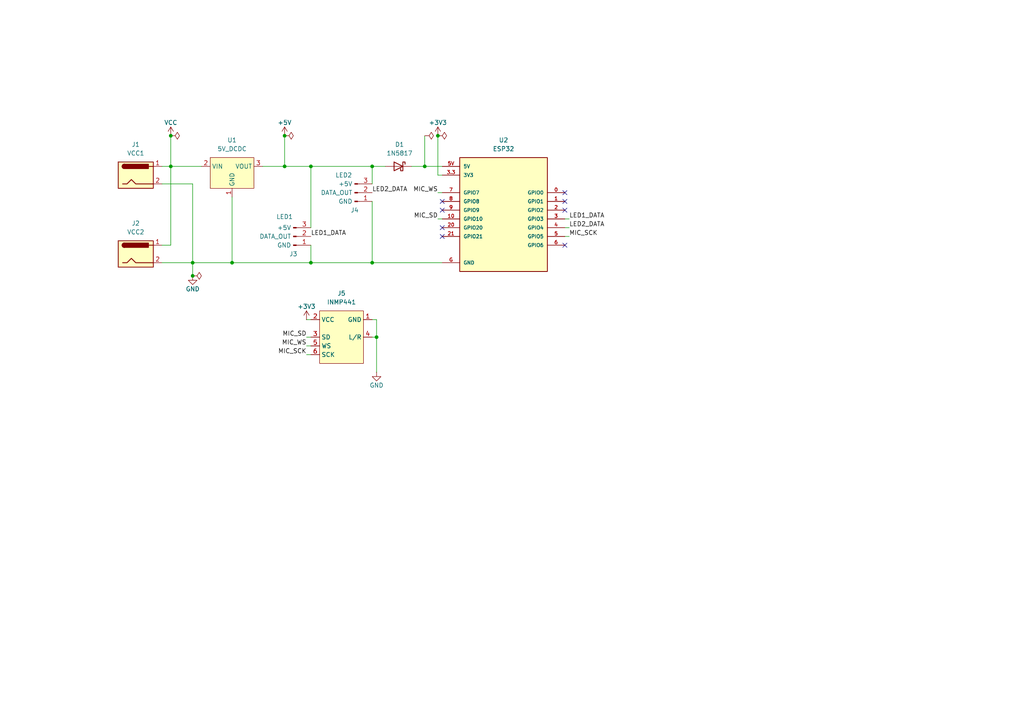
<source format=kicad_sch>
(kicad_sch (version 20250114) (generator "eeschema") (generator_version "9.0")
  (paper "A4")
  (lib_symbols
    (symbol "Connector:Barrel_Jack" (pin_names (offset 1.016))
      (property "Reference" "J" (at 0 5.334 0))
      (property "Value" "Barrel_Jack" (at 0 -5.08 0))
      (symbol "Barrel_Jack_0_1"
        (rectangle (start -5.08 3.81) (end 5.08 -3.81) (stroke (width 0.254)) (fill (type background)))
        (polyline (pts (xy -3.81 -2.54) (xy -2.54 -2.54) (xy -1.27 -1.27) (xy 0 -2.54) (xy 2.54 -2.54) (xy 5.08 -2.54)) (stroke (width 0.254)))
        (arc (start -3.302 1.905) (mid -3.9343 2.54) (end -3.302 3.175) (stroke (width 0.254)))
        (arc (start -3.302 1.905) (mid -3.9343 2.54) (end -3.302 3.175) (stroke (width 0.254)) (fill (type outline)))
        (rectangle (start 3.683 3.175) (end -3.302 1.905) (stroke (width 0.254)) (fill (type outline)))
        (polyline (pts (xy 5.08 2.54) (xy 3.81 2.54)) (stroke (width 0.254)))
      )
      (symbol "Barrel_Jack_1_1"
        (pin passive line (at 7.62 2.54 180) (length 2.54) (name "~") (number "1"))
        (pin passive line (at 7.62 -2.54 180) (length 2.54) (name "~") (number "2"))
      )
    )
    (symbol "Diode:1N5817" (pin_numbers (hide yes)) (pin_names (offset 1.016) (hide yes))
      (property "Reference" "D" (at 0 2.54 0))
      (property "Value" "1N5817" (at 0 -2.54 0))
      (symbol "1N5817_0_1"
        (polyline (pts (xy -1.905 0.635) (xy -1.905 1.27) (xy -1.27 1.27) (xy -1.27 -1.27) (xy -0.635 -1.27) (xy -0.635 -0.635)) (stroke (width 0.254)))
        (polyline (pts (xy 1.27 1.27) (xy 1.27 -1.27) (xy -1.27 0) (xy 1.27 1.27)) (stroke (width 0.254)))
        (polyline (pts (xy 1.27 0) (xy -1.27 0)))
      )
      (symbol "1N5817_1_1"
        (pin passive line (at -3.81 0 0) (length 2.54) (name "K") (number "1"))
        (pin passive line (at 3.81 0 180) (length 2.54) (name "A") (number "2"))
      )
    )
    (symbol "LEDnet:Conn_LED_Out" (pin_names (offset 1.905))
      (property "Value" "EXT_OUT" (at 0 -5.715 0))
      (symbol "Conn_LED_Out_1_1"
        (rectangle (start 0.8636 2.667) (end 0 2.413) (stroke (width 0.1524)) (fill (type outline)))
        (rectangle (start 0.8636 0.127) (end 0 -0.127) (stroke (width 0.1524)) (fill (type outline)))
        (rectangle (start 0.8636 -2.413) (end 0 -2.667) (stroke (width 0.1524)) (fill (type outline)))
        (polyline (pts (xy 1.27 2.54) (xy 0.8636 2.54)) (stroke (width 0.1524)))
        (polyline (pts (xy 1.27 0) (xy 0.8636 0)) (stroke (width 0.1524)))
        (polyline (pts (xy 1.27 -2.54) (xy 0.8636 -2.54)) (stroke (width 0.1524)))
        (pin passive line (at 5.08 2.54 180) (length 3.81) (name "GND") (number "1"))
        (pin passive line (at 5.08 0 180) (length 3.81) (name "DATA_OUT") (number "2"))
        (pin passive line (at 5.08 -2.54 180) (length 3.81) (name "+5V") (number "3"))
      )
    )
    (symbol "LEDnet:ESP32-C3_SUPERMINI_SMD" (pin_names (offset 1.016))
      (property "Reference" "U" (at -12.7 16.002 0))
      (property "Value" "ESP32-C3_SUPERMINI_SMD" (at -12.7 -20.32 0))
      (symbol "ESP32-C3_SUPERMINI_SMD_0_0"
        (rectangle (start -12.7 -17.78) (end 12.7 15.24) (stroke (width 0.254)) (fill (type background)))
        (pin bidirectional line (at -17.78 5.08 0) (length 5.08) (name "GPIO0") (number "0"))
        (pin bidirectional line (at -17.78 2.54 0) (length 5.08) (name "GPIO1") (number "1"))
        (pin bidirectional line (at -17.78 0 0) (length 5.08) (name "GPIO2") (number "2"))
        (pin bidirectional line (at -17.78 -2.54 0) (length 5.08) (name "GPIO3") (number "3"))
        (pin bidirectional line (at -17.78 -5.08 0) (length 5.08) (name "GPIO4") (number "4"))
        (pin bidirectional line (at -17.78 -7.62 0) (length 5.08) (name "GPIO5") (number "5"))
        (pin bidirectional line (at -17.78 -10.16 0) (length 5.08) (name "GPIO6") (number "6"))
        (pin power_in line (at 17.78 12.7 180) (length 5.08) (name "5V") (number "5V"))
        (pin power_in line (at 17.78 10.16 180) (length 5.08) (name "3V3") (number "3.3"))
        (pin bidirectional line (at 17.78 5.08 180) (length 5.08) (name "GPIO7") (number "7"))
        (pin bidirectional line (at 17.78 2.54 180) (length 5.08) (name "GPIO8") (number "8"))
        (pin bidirectional line (at 17.78 0 180) (length 5.08) (name "GPIO9") (number "9"))
        (pin bidirectional line (at 17.78 -2.54 180) (length 5.08) (name "GPIO10") (number "10"))
        (pin bidirectional line (at 17.78 -5.08 180) (length 5.08) (name "GPIO20") (number "20"))
        (pin bidirectional line (at 17.78 -7.62 180) (length 5.08) (name "GPIO21") (number "21"))
        (pin power_in line (at 17.78 -15.24 180) (length 5.08) (name "GND") (number "G"))
      )
    )
    (symbol "LEDnet:Generic_DCDC"
      (property "Reference" "U" (at 0 2.794 0))
      (symbol "Generic_DCDC_1_1"
        (rectangle (start -6.35 1.27) (end 6.35 -7.62) (fill (type background)))
        (pin passive line (at -8.89 -1.27 0) (length 2.54) (name "VIN") (number "2"))
        (pin passive line (at 0 -10.16 90) (length 2.54) (name "GND") (number "1"))
        (pin passive line (at 8.89 -1.27 180) (length 2.54) (name "VOUT") (number "3"))
      )
    )
    (symbol "LEDnet:INMP441_Breakout"
      (property "Reference" "J" (at 6.35 1.27 0))
      (symbol "INMP441_Breakout_1_1"
        (rectangle (start 0 0) (end 12.7 -15.24) (fill (type background)))
        (pin power_in line (at -2.54 -2.54 0) (length 2.54) (name "VCC") (number "2"))
        (pin passive line (at -2.54 -7.62 0) (length 2.54) (name "SD") (number "3"))
        (pin passive line (at -2.54 -10.16 0) (length 2.54) (name "WS") (number "5"))
        (pin passive line (at -2.54 -12.7 0) (length 2.54) (name "SCK") (number "6"))
        (pin power_in line (at 15.24 -2.54 180) (length 2.54) (name "GND") (number "1"))
        (pin passive line (at 15.24 -7.62 180) (length 2.54) (name "L/R") (number "4"))
      )
    )
    (symbol "power:+3V3" (power) (pin_numbers (hide yes)) (pin_names (offset 0) (hide yes))
      (property "Value" "+3V3" (at 0 3.556 0))
      (symbol "+3V3_0_1"
        (polyline (pts (xy -0.762 1.27) (xy 0 2.54)))
        (polyline (pts (xy 0 2.54) (xy 0.762 1.27)))
        (polyline (pts (xy 0 0) (xy 0 2.54)))
      )
      (symbol "+3V3_1_1"
        (pin power_in line (at 0 0 90) (length 0) (name "~") (number "1"))
      )
    )
    (symbol "power:+5V" (power) (pin_numbers (hide yes)) (pin_names (offset 0) (hide yes))
      (property "Value" "+5V" (at 0 3.556 0))
      (symbol "+5V_0_1"
        (polyline (pts (xy -0.762 1.27) (xy 0 2.54)))
        (polyline (pts (xy 0 2.54) (xy 0.762 1.27)))
        (polyline (pts (xy 0 0) (xy 0 2.54)))
      )
      (symbol "+5V_1_1"
        (pin power_in line (at 0 0 90) (length 0) (name "~") (number "1"))
      )
    )
    (symbol "power:GND" (power) (pin_numbers (hide yes)) (pin_names (offset 0) (hide yes))
      (property "Value" "GND" (at 0 -3.81 0))
      (symbol "GND_0_1"
        (polyline (pts (xy 0 0) (xy 0 -1.27) (xy 1.27 -1.27) (xy 0 -2.54) (xy -1.27 -1.27) (xy 0 -1.27)))
      )
      (symbol "GND_1_1"
        (pin power_in line (at 0 0 270) (length 0) (name "~") (number "1"))
      )
    )
    (symbol "power:PWR_FLAG" (power) (pin_numbers (hide yes)) (pin_names (offset 0) (hide yes))
      (property "Value" "PWR_FLAG" (at 0 3.81 0))
      (symbol "PWR_FLAG_0_0"
        (pin power_out line (at 0 0 90) (length 0) (name "~") (number "1"))
      )
      (symbol "PWR_FLAG_0_1"
        (polyline (pts (xy 0 0) (xy 0 1.27) (xy -1.016 1.905) (xy 0 2.54) (xy 1.016 1.905) (xy 0 1.27)))
      )
    )
    (symbol "power:VCC" (power) (pin_numbers (hide yes)) (pin_names (offset 0) (hide yes))
      (property "Value" "VCC" (at 0 3.556 0))
      (symbol "VCC_0_1"
        (polyline (pts (xy -0.762 1.27) (xy 0 2.54)))
        (polyline (pts (xy 0 2.54) (xy 0.762 1.27)))
        (polyline (pts (xy 0 0) (xy 0 2.54)))
      )
      (symbol "VCC_1_1"
        (pin power_in line (at 0 0 90) (length 0) (name "~") (number "1"))
      )
    )
  )
  (junction (at 82.55 48.26))
  (junction (at 55.88 76.2))
  (junction (at 123.19 48.26))
  (junction (at 82.55 39.37))
  (junction (at 107.95 76.2))
  (junction (at 55.88 80.01))
  (junction (at 90.17 48.26))
  (junction (at 109.22 97.79))
  (junction (at 107.95 48.26))
  (junction (at 67.31 76.2))
  (junction (at 49.53 48.26))
  (junction (at 49.53 39.37))
  (junction (at 90.17 76.2))
  (junction (at 127 39.37))
  (no_connect (at 163.83 55.88))
  (no_connect (at 128.27 66.04))
  (no_connect (at 128.27 68.58))
  (no_connect (at 128.27 60.96))
  (no_connect (at 163.83 58.42))
  (no_connect (at 163.83 60.96))
  (no_connect (at 163.83 71.12))
  (no_connect (at 128.27 58.42))
  (wire (pts (xy 49.53 48.26) (xy 49.53 71.12)))
  (wire (pts (xy 107.95 97.79) (xy 109.22 97.79)))
  (wire (pts (xy 90.17 71.12) (xy 90.17 76.2)))
  (wire (pts (xy 109.22 92.71) (xy 109.22 97.79)))
  (wire (pts (xy 127 55.88) (xy 128.27 55.88)))
  (wire (pts (xy 127 50.8) (xy 128.27 50.8)))
  (wire (pts (xy 88.9 92.71) (xy 90.17 92.71)))
  (wire (pts (xy 55.88 53.34) (xy 46.99 53.34)))
  (wire (pts (xy 90.17 76.2) (xy 107.95 76.2)))
  (wire (pts (xy 107.95 92.71) (xy 109.22 92.71)))
  (wire (pts (xy 55.88 76.2) (xy 67.31 76.2)))
  (wire (pts (xy 46.99 48.26) (xy 49.53 48.26)))
  (wire (pts (xy 82.55 39.37) (xy 82.55 48.26)))
  (wire (pts (xy 109.22 107.95) (xy 109.22 97.79)))
  (wire (pts (xy 49.53 71.12) (xy 46.99 71.12)))
  (wire (pts (xy 123.19 39.37) (xy 123.19 48.26)))
  (wire (pts (xy 107.95 58.42) (xy 107.95 76.2)))
  (wire (pts (xy 88.9 102.87) (xy 90.17 102.87)))
  (wire (pts (xy 67.31 57.15) (xy 67.31 76.2)))
  (wire (pts (xy 88.9 97.79) (xy 90.17 97.79)))
  (wire (pts (xy 49.53 48.26) (xy 58.42 48.26)))
  (wire (pts (xy 127 63.5) (xy 128.27 63.5)))
  (wire (pts (xy 88.9 100.33) (xy 90.17 100.33)))
  (wire (pts (xy 123.19 48.26) (xy 128.27 48.26)))
  (wire (pts (xy 49.53 39.37) (xy 49.53 48.26)))
  (wire (pts (xy 90.17 48.26) (xy 90.17 66.04)))
  (wire (pts (xy 90.17 48.26) (xy 82.55 48.26)))
  (wire (pts (xy 76.2 48.26) (xy 82.55 48.26)))
  (wire (pts (xy 55.88 76.2) (xy 55.88 80.01)))
  (wire (pts (xy 119.38 48.26) (xy 123.19 48.26)))
  (wire (pts (xy 90.17 48.26) (xy 107.95 48.26)))
  (wire (pts (xy 163.83 68.58) (xy 165.1 68.58)))
  (wire (pts (xy 55.88 53.34) (xy 55.88 76.2)))
  (wire (pts (xy 165.1 63.5) (xy 163.83 63.5)))
  (wire (pts (xy 107.95 48.26) (xy 107.95 53.34)))
  (wire (pts (xy 46.99 76.2) (xy 55.88 76.2)))
  (wire (pts (xy 127 39.37) (xy 127 50.8)))
  (wire (pts (xy 67.31 76.2) (xy 90.17 76.2)))
  (wire (pts (xy 107.95 76.2) (xy 128.27 76.2)))
  (wire (pts (xy 165.1 66.04) (xy 163.83 66.04)))
  (wire (pts (xy 107.95 48.26) (xy 111.76 48.26)))
  (label "LED1_DATA" (at 90.17 68.58 0))
  (label "MIC_SD" (at 127 63.5 180))
  (label "LED2_DATA" (at 107.95 55.88 0))
  (label "MIC_SCK" (at 165.1 68.58 0))
  (label "MIC_WS" (at 127 55.88 180))
  (label "MIC_SCK" (at 88.9 102.87 180))
  (label "MIC_WS" (at 88.9 100.33 180))
  (label "LED2_DATA" (at 165.1 66.04 0))
  (label "MIC_SD" (at 88.9 97.79 180))
  (label "LED1_DATA" (at 165.1 63.5 0))
  (symbol (lib_id "LEDnet:Conn_LED_Out") (at 102.87 55.88 0) (mirror x) (unit 1)
    (property "Reference" "J4" (at 102.87 60.96 0))
    (property "Value" "LED2" (at 99.695 50.8 0))
    (property "Footprint" "LEDnet:LED_Wire_Connector" (effects (hide yes)))
    (property "Description" "Generic connector, single row, 01x03, script generated" (effects (hide yes)))
  )
  (symbol (lib_id "Diode:1N5817") (at 115.57 48.26 0) (mirror y) (unit 1)
    (property "Reference" "D1" (at 115.8875 41.91 0))
    (property "Value" "1N5817" (at 115.8875 44.45 0))
    (property "Footprint" "Diode_THT:D_DO-41_SOD81_P10.16mm_Horizontal" (effects (hide yes)))
    (property "Datasheet" "http://www.vishay.com/docs/88525/1n5817.pdf" (effects (hide yes)))
    (property "Description" "20V 1A Schottky Barrier Rectifier Diode, DO-41" (effects (hide yes)))
  )
  (symbol (lib_id "power:+3V3") (at 88.9 92.71 0) (unit 1)
    (property "Reference" "#PWR06" (effects (hide yes)))
    (property "Value" "+3V3" (at 88.9 88.9 0))
    (property "Description" "Power symbol creates a global label with name \"+3V3\"" (effects (hide yes)))
  )
  (symbol (lib_id "LEDnet:ESP32-C3_SUPERMINI_SMD") (at 146.05 60.96 0) (mirror y) (unit 1)
    (property "Reference" "U2" (at 146.05 40.64 0))
    (property "Value" "ESP32" (at 146.05 43.18 0))
    (property "Footprint" "LEDnet:MODULE_ESP32-C3_SUPERMINI" (effects (hide yes)))
    (property "MF" "Espressif Systems" (effects (hide yes)))
    (property "MAXIMUM_PACKAGE_HEIGHT" "4.2mm" (effects (hide yes)))
    (property "Package" "None" (effects (hide yes)))
    (property "Price" "None" (effects (hide yes)))
    (property "Check_prices" "https://www.snapeda.com/parts/ESP32-C3%20SuperMini_SMD/Espressif+Systems/view-part/?ref=eda" (effects (hide yes)))
    (property "STANDARD" "Manufacturer Recommendations" (effects (hide yes)))
    (property "SnapEDA_Link" "https://www.snapeda.com/parts/ESP32-C3%20SuperMini_SMD/Espressif+Systems/view-part/?ref=snap" (effects (hide yes)))
    (property "MP" "ESP32-C3 SuperMini_SMD" (effects (hide yes)))
    (property "Description_1" "Super tiny ESP32-C3 board" (effects (hide yes)))
    (property "Availability" "Not in stock" (effects (hide yes)))
    (property "MANUFACTURER" "Espressif" (effects (hide yes)))
  )
  (symbol (lib_id "power:PWR_FLAG") (at 49.53 39.37 270) (unit 1)
    (property "Reference" "#FLG07" (effects (hide yes)))
    (property "Value" "PWR_FLAG" (effects (hide yes)))
    (property "Description" "Special symbol for telling ERC where power comes from" (effects (hide yes)))
  )
  (symbol (lib_id "power:GND") (at 109.22 107.95 0) (unit 1)
    (property "Reference" "#PWR05" (effects (hide yes)))
    (property "Value" "GND" (at 109.22 111.76 0))
    (property "Description" "Power symbol creates a global label with name \"GND\" , ground" (effects (hide yes)))
  )
  (symbol (lib_id "power:PWR_FLAG") (at 82.55 39.37 270) (unit 1)
    (property "Reference" "#FLG05" (effects (hide yes)))
    (property "Value" "PWR_FLAG" (effects (hide yes)))
    (property "Description" "Special symbol for telling ERC where power comes from" (effects (hide yes)))
  )
  (symbol (lib_id "LEDnet:Conn_LED_Out") (at 85.09 68.58 0) (mirror x) (unit 1)
    (property "Reference" "J3" (at 85.09 73.66 0))
    (property "Value" "LED1" (at 82.55 62.865 0))
    (property "Footprint" "LEDnet:LED_Wire_Connector" (effects (hide yes)))
    (property "Description" "Generic connector, single row, 01x03, script generated" (effects (hide yes)))
  )
  (symbol (lib_id "power:PWR_FLAG") (at 123.19 39.37 270) (unit 1)
    (property "Reference" "#FLG03" (effects (hide yes)))
    (property "Value" "PWR_FLAG" (effects (hide yes)))
    (property "Description" "Special symbol for telling ERC where power comes from" (effects (hide yes)))
  )
  (symbol (lib_id "power:+3V3") (at 127 39.37 0) (unit 1)
    (property "Reference" "#PWR04" (effects (hide yes)))
    (property "Value" "+3V3" (at 127 35.56 0))
    (property "Description" "Power symbol creates a global label with name \"+3V3\"" (effects (hide yes)))
  )
  (symbol (lib_id "power:PWR_FLAG") (at 127 39.37 270) (unit 1)
    (property "Reference" "#FLG01" (effects (hide yes)))
    (property "Value" "PWR_FLAG" (effects (hide yes)))
    (property "Description" "Special symbol for telling ERC where power comes from" (effects (hide yes)))
  )
  (symbol (lib_id "Connector:Barrel_Jack") (at 39.37 50.8 0) (unit 1)
    (property "Reference" "J1" (at 39.37 41.91 0))
    (property "Value" "VCC1" (at 39.37 44.45 0))
    (property "Footprint" "Connector_BarrelJack:BarrelJack_Horizontal" (effects (hide yes)))
    (property "Description" "DC Barrel Jack" (effects (hide yes)))
  )
  (symbol (lib_id "LEDnet:Generic_DCDC") (at 67.31 46.99 0) (unit 1)
    (property "Reference" "U1" (at 67.31 40.64 0))
    (property "Value" "5V_DCDC" (at 67.31 43.18 0))
    (property "Footprint" "LEDnet:Converter_DCDC_8A_Generic" (effects (hide yes)))
  )
  (symbol (lib_id "power:+5V") (at 82.55 39.37 0) (unit 1)
    (property "Reference" "#PWR03" (effects (hide yes)))
    (property "Value" "+5V" (at 82.55 35.56 0))
    (property "Description" "Power symbol creates a global label with name \"+5V\"" (effects (hide yes)))
  )
  (symbol (lib_id "power:GND") (at 55.88 80.01 0) (unit 1)
    (property "Reference" "#PWR02" (effects (hide yes)))
    (property "Value" "GND" (at 55.88 83.82 0))
    (property "Description" "Power symbol creates a global label with name \"GND\" , ground" (effects (hide yes)))
  )
  (symbol (lib_id "power:VCC") (at 49.53 39.37 0) (unit 1)
    (property "Reference" "#PWR01" (effects (hide yes)))
    (property "Value" "VCC" (at 49.53 35.56 0))
    (property "Description" "Power symbol creates a global label with name \"VCC\"" (effects (hide yes)))
  )
  (symbol (lib_id "power:PWR_FLAG") (at 55.88 80.01 270) (unit 1)
    (property "Reference" "#FLG06" (effects (hide yes)))
    (property "Value" "PWR_FLAG" (effects (hide yes)))
    (property "Description" "Special symbol for telling ERC where power comes from" (effects (hide yes)))
  )
  (symbol (lib_id "Connector:Barrel_Jack") (at 39.37 73.66 0) (unit 1)
    (property "Reference" "J2" (at 39.37 64.77 0))
    (property "Value" "VCC2" (at 39.37 67.31 0))
    (property "Footprint" "Connector_BarrelJack:BarrelJack_Horizontal" (effects (hide yes)))
    (property "Description" "DC Barrel Jack" (effects (hide yes)))
  )
  (symbol (lib_id "LEDnet:INMP441_Breakout") (at 92.71 90.17 0) (unit 1)
    (property "Reference" "J5" (at 99.06 85.09 0))
    (property "Value" "INMP441" (at 99.06 87.63 0))
    (property "Footprint" "LEDnet:INMP441_Breakout" (effects (hide yes)))
  )
)
</source>
